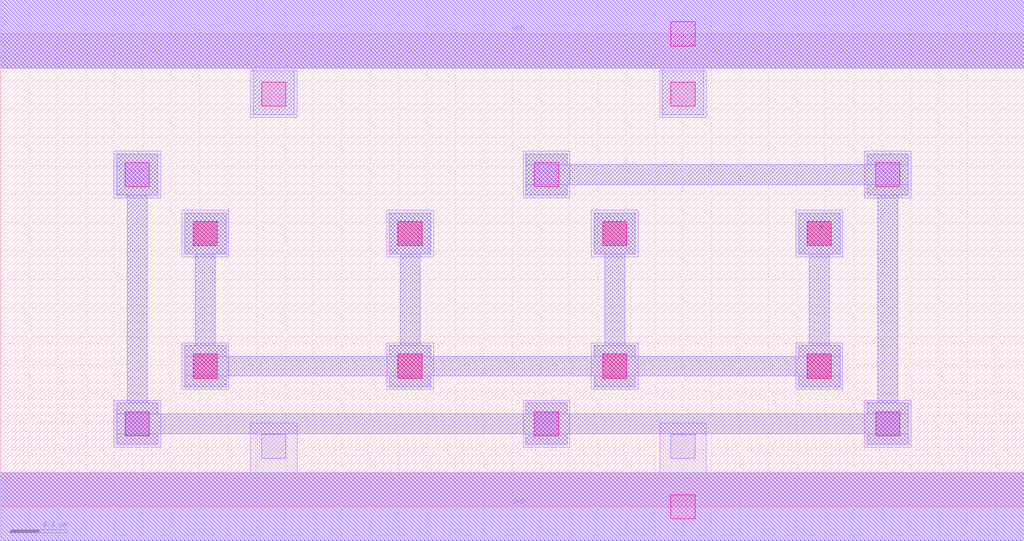
<source format=lef>
MACRO INVX8
 CLASS CORE ;
 FOREIGN INVX8 0 0 ;
 SIZE 7.2 BY 3.33 ;
 ORIGIN 0 0 ;
 SYMMETRY X Y R90 ;
 SITE unit ;
  PIN VDD
   DIRECTION INOUT ;
   USE POWER ;
   SHAPE ABUTMENT ;
    PORT
     CLASS CORE ;
       LAYER li1 ;
        RECT 0.00000000 3.09000000 7.20000000 3.57000000 ;
       LAYER met1 ;
        RECT 0.00000000 3.09000000 7.20000000 3.57000000 ;
    END
  END VDD

  PIN GND
   DIRECTION INOUT ;
   USE POWER ;
   SHAPE ABUTMENT ;
    PORT
     CLASS CORE ;
       LAYER li1 ;
        RECT 0.00000000 -0.24000000 7.20000000 0.24000000 ;
       LAYER met1 ;
        RECT 0.00000000 -0.24000000 7.20000000 0.24000000 ;
    END
  END GND

  PIN Y
   DIRECTION INOUT ;
   USE SIGNAL ;
   SHAPE ABUTMENT ;
    PORT
     CLASS CORE ;
       LAYER met1 ;
        RECT 0.81500000 0.44000000 1.10500000 0.51500000 ;
        RECT 3.69500000 0.44000000 3.98500000 0.51500000 ;
        RECT 6.09500000 0.44000000 6.38500000 0.51500000 ;
        RECT 0.81500000 0.51500000 6.38500000 0.65500000 ;
        RECT 0.81500000 0.65500000 1.10500000 0.73000000 ;
        RECT 3.69500000 0.65500000 3.98500000 0.73000000 ;
        RECT 6.09500000 0.65500000 6.38500000 0.73000000 ;
        RECT 0.89000000 0.73000000 1.03000000 2.19500000 ;
        RECT 6.17000000 0.73000000 6.31000000 2.19500000 ;
        RECT 3.69500000 2.19500000 3.98500000 2.27000000 ;
        RECT 6.09500000 2.19500000 6.38500000 2.27000000 ;
        RECT 3.69500000 2.27000000 6.38500000 2.41000000 ;
        RECT 0.81500000 2.19500000 1.10500000 2.48500000 ;
        RECT 3.69500000 2.41000000 3.98500000 2.48500000 ;
        RECT 6.09500000 2.41000000 6.38500000 2.48500000 ;
    END
  END Y

  PIN A
   DIRECTION INOUT ;
   USE SIGNAL ;
   SHAPE ABUTMENT ;
    PORT
     CLASS CORE ;
       LAYER met1 ;
        RECT 1.29500000 0.84500000 1.58500000 0.92000000 ;
        RECT 2.73500000 0.84500000 3.02500000 0.92000000 ;
        RECT 4.17500000 0.84500000 4.46500000 0.92000000 ;
        RECT 5.61500000 0.84500000 5.90500000 0.92000000 ;
        RECT 1.29500000 0.92000000 5.90500000 1.06000000 ;
        RECT 1.29500000 1.06000000 1.58500000 1.13500000 ;
        RECT 2.73500000 1.06000000 3.02500000 1.13500000 ;
        RECT 4.17500000 1.06000000 4.46500000 1.13500000 ;
        RECT 5.61500000 1.06000000 5.90500000 1.13500000 ;
        RECT 1.37000000 1.13500000 1.51000000 1.78000000 ;
        RECT 2.81000000 1.13500000 2.95000000 1.78000000 ;
        RECT 4.25000000 1.13500000 4.39000000 1.78000000 ;
        RECT 5.69000000 1.13500000 5.83000000 1.78000000 ;
        RECT 1.29500000 1.78000000 1.58500000 2.07000000 ;
        RECT 2.73500000 1.78000000 3.02500000 2.07000000 ;
        RECT 4.17500000 1.78000000 4.46500000 2.07000000 ;
        RECT 5.61500000 1.78000000 5.90500000 2.07000000 ;
    END
  END A

 OBS
    LAYER polycont ;
     RECT 1.35500000 0.90500000 1.52500000 1.07500000 ;
     RECT 2.79500000 0.90500000 2.96500000 1.07500000 ;
     RECT 4.23500000 0.90500000 4.40500000 1.07500000 ;
     RECT 5.67500000 0.90500000 5.84500000 1.07500000 ;
     RECT 1.35500000 1.84000000 1.52500000 2.01000000 ;
     RECT 2.79500000 1.84000000 2.96500000 2.01000000 ;
     RECT 4.23500000 1.84000000 4.40500000 2.01000000 ;
     RECT 5.67500000 1.84000000 5.84500000 2.01000000 ;

    LAYER pdiffc ;
     RECT 0.87500000 2.25500000 1.04500000 2.42500000 ;
     RECT 3.75500000 2.25500000 3.92500000 2.42500000 ;
     RECT 6.15500000 2.25500000 6.32500000 2.42500000 ;
     RECT 1.83500000 2.82000000 2.00500000 2.99000000 ;
     RECT 4.71500000 2.82000000 4.88500000 2.99000000 ;

    LAYER ndiffc ;
     RECT 1.83500000 0.34000000 2.00500000 0.51000000 ;
     RECT 4.71500000 0.34000000 4.88500000 0.51000000 ;
     RECT 0.87500000 0.50000000 1.04500000 0.67000000 ;
     RECT 3.75500000 0.50000000 3.92500000 0.67000000 ;
     RECT 6.15500000 0.50000000 6.32500000 0.67000000 ;

    LAYER li1 ;
     RECT 0.00000000 -0.24000000 7.20000000 0.24000000 ;
     RECT 1.75500000 0.24000000 2.08500000 0.59000000 ;
     RECT 4.63500000 0.24000000 4.96500000 0.59000000 ;
     RECT 0.79500000 0.42000000 1.12500000 0.75000000 ;
     RECT 3.67500000 0.42000000 4.00500000 0.75000000 ;
     RECT 6.07500000 0.42000000 6.40500000 0.75000000 ;
     RECT 1.27500000 0.82500000 1.60500000 1.15500000 ;
     RECT 2.71500000 0.82500000 3.04500000 1.15500000 ;
     RECT 4.15500000 0.82500000 4.48500000 1.15500000 ;
     RECT 5.59500000 0.82500000 5.92500000 1.15500000 ;
     RECT 1.27500000 1.76000000 1.60500000 2.09000000 ;
     RECT 2.71500000 1.76000000 3.04500000 2.09000000 ;
     RECT 4.15500000 1.76000000 4.48500000 2.09000000 ;
     RECT 5.59500000 1.76000000 5.92500000 2.09000000 ;
     RECT 0.79500000 2.17500000 1.12500000 2.50500000 ;
     RECT 3.67500000 2.17500000 4.00500000 2.50500000 ;
     RECT 6.07500000 2.17500000 6.40500000 2.50500000 ;
     RECT 1.75500000 2.74000000 2.08500000 3.07000000 ;
     RECT 4.63500000 2.74000000 4.96500000 3.07000000 ;
     RECT 0.00000000 3.09000000 7.20000000 3.57000000 ;

    LAYER viali ;
     RECT 4.71500000 -0.08500000 4.88500000 0.08500000 ;
     RECT 0.87500000 0.50000000 1.04500000 0.67000000 ;
     RECT 3.75500000 0.50000000 3.92500000 0.67000000 ;
     RECT 6.15500000 0.50000000 6.32500000 0.67000000 ;
     RECT 1.35500000 0.90500000 1.52500000 1.07500000 ;
     RECT 2.79500000 0.90500000 2.96500000 1.07500000 ;
     RECT 4.23500000 0.90500000 4.40500000 1.07500000 ;
     RECT 5.67500000 0.90500000 5.84500000 1.07500000 ;
     RECT 1.35500000 1.84000000 1.52500000 2.01000000 ;
     RECT 2.79500000 1.84000000 2.96500000 2.01000000 ;
     RECT 4.23500000 1.84000000 4.40500000 2.01000000 ;
     RECT 5.67500000 1.84000000 5.84500000 2.01000000 ;
     RECT 0.87500000 2.25500000 1.04500000 2.42500000 ;
     RECT 3.75500000 2.25500000 3.92500000 2.42500000 ;
     RECT 6.15500000 2.25500000 6.32500000 2.42500000 ;
     RECT 1.83500000 2.82000000 2.00500000 2.99000000 ;
     RECT 4.71500000 2.82000000 4.88500000 2.99000000 ;
     RECT 4.71500000 3.24500000 4.88500000 3.41500000 ;

    LAYER met1 ;
     RECT 0.00000000 -0.24000000 7.20000000 0.24000000 ;
     RECT 1.29500000 0.84500000 1.58500000 0.92000000 ;
     RECT 2.73500000 0.84500000 3.02500000 0.92000000 ;
     RECT 4.17500000 0.84500000 4.46500000 0.92000000 ;
     RECT 5.61500000 0.84500000 5.90500000 0.92000000 ;
     RECT 1.29500000 0.92000000 5.90500000 1.06000000 ;
     RECT 1.29500000 1.06000000 1.58500000 1.13500000 ;
     RECT 2.73500000 1.06000000 3.02500000 1.13500000 ;
     RECT 4.17500000 1.06000000 4.46500000 1.13500000 ;
     RECT 5.61500000 1.06000000 5.90500000 1.13500000 ;
     RECT 1.37000000 1.13500000 1.51000000 1.78000000 ;
     RECT 2.81000000 1.13500000 2.95000000 1.78000000 ;
     RECT 4.25000000 1.13500000 4.39000000 1.78000000 ;
     RECT 5.69000000 1.13500000 5.83000000 1.78000000 ;
     RECT 1.29500000 1.78000000 1.58500000 2.07000000 ;
     RECT 2.73500000 1.78000000 3.02500000 2.07000000 ;
     RECT 4.17500000 1.78000000 4.46500000 2.07000000 ;
     RECT 5.61500000 1.78000000 5.90500000 2.07000000 ;
     RECT 0.81500000 0.44000000 1.10500000 0.51500000 ;
     RECT 3.69500000 0.44000000 3.98500000 0.51500000 ;
     RECT 6.09500000 0.44000000 6.38500000 0.51500000 ;
     RECT 0.81500000 0.51500000 6.38500000 0.65500000 ;
     RECT 0.81500000 0.65500000 1.10500000 0.73000000 ;
     RECT 3.69500000 0.65500000 3.98500000 0.73000000 ;
     RECT 6.09500000 0.65500000 6.38500000 0.73000000 ;
     RECT 0.89000000 0.73000000 1.03000000 2.19500000 ;
     RECT 6.17000000 0.73000000 6.31000000 2.19500000 ;
     RECT 3.69500000 2.19500000 3.98500000 2.27000000 ;
     RECT 6.09500000 2.19500000 6.38500000 2.27000000 ;
     RECT 3.69500000 2.27000000 6.38500000 2.41000000 ;
     RECT 0.81500000 2.19500000 1.10500000 2.48500000 ;
     RECT 3.69500000 2.41000000 3.98500000 2.48500000 ;
     RECT 6.09500000 2.41000000 6.38500000 2.48500000 ;
     RECT 1.77500000 2.76000000 2.06500000 3.09000000 ;
     RECT 4.65500000 2.76000000 4.94500000 3.09000000 ;
     RECT 0.00000000 3.09000000 7.20000000 3.57000000 ;

 END
END INVX8

</source>
